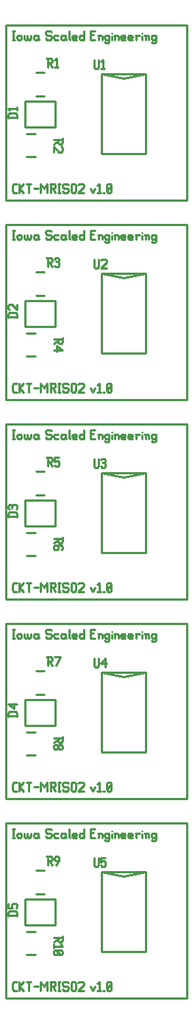
<source format=gbr>
G04 start of page 9 for group -4079 idx -4079 *
G04 Title: (unknown), topsilk *
G04 Creator: pcb 4.0.2 *
G04 CreationDate: Thu Sep  9 05:11:40 2021 UTC *
G04 For: ndholmes *
G04 Format: Gerber/RS-274X *
G04 PCB-Dimensions (mil): 1020.00 4700.00 *
G04 PCB-Coordinate-Origin: lower left *
%MOIN*%
%FSLAX25Y25*%
%LNTOPSILK*%
%ADD33C,0.0100*%
G54D33*X10000Y201000D02*X92000D01*
Y111000D02*Y190000D01*
X10000D01*
Y111000D01*
X92000Y201000D02*Y280000D01*
X10000D02*Y201000D01*
Y111000D02*X92000D01*
X10000Y21000D02*X92000D01*
Y100000D01*
X10000D01*
Y21000D01*
Y381000D02*X92000D01*
X10000Y291000D02*X92000D01*
Y370000D01*
X10000D01*
Y291000D01*
X92000Y381000D02*Y460000D01*
X10000D01*
Y381000D01*
X92000Y280000D02*X10000D01*
X13700Y294500D02*X15000D01*
X13000Y295200D02*X13700Y294500D01*
X13000Y297800D02*Y295200D01*
Y297800D02*X13700Y298500D01*
X15000D01*
X16200D02*Y294500D01*
Y296500D02*X18200Y298500D01*
X16200Y296500D02*X18200Y294500D01*
X19400Y298500D02*X21400D01*
X20400D02*Y294500D01*
X22600Y296500D02*X24600D01*
X25800Y298500D02*Y294500D01*
Y298500D02*X27300Y296500D01*
X28800Y298500D01*
Y294500D01*
X30000Y298500D02*X32000D01*
X32500Y298000D01*
Y297000D01*
X32000Y296500D02*X32500Y297000D01*
X30500Y296500D02*X32000D01*
X30500Y298500D02*Y294500D01*
X31300Y296500D02*X32500Y294500D01*
X33700Y298500D02*X34700D01*
X34200D02*Y294500D01*
X33700D02*X34700D01*
X37900Y298500D02*X38400Y298000D01*
X36400Y298500D02*X37900D01*
X35900Y298000D02*X36400Y298500D01*
X35900Y298000D02*Y297000D01*
X36400Y296500D01*
X37900D01*
X38400Y296000D01*
Y295000D01*
X37900Y294500D02*X38400Y295000D01*
X36400Y294500D02*X37900D01*
X35900Y295000D02*X36400Y294500D01*
X39600Y298000D02*Y295000D01*
Y298000D02*X40100Y298500D01*
X41100D01*
X41600Y298000D01*
Y295000D01*
X41100Y294500D02*X41600Y295000D01*
X40100Y294500D02*X41100D01*
X39600Y295000D02*X40100Y294500D01*
X42800Y298000D02*X43300Y298500D01*
X44800D01*
X45300Y298000D01*
Y297000D01*
X42800Y294500D02*X45300Y297000D01*
X42800Y294500D02*X45300D01*
X48300Y296500D02*X49300Y294500D01*
X50300Y296500D02*X49300Y294500D01*
X51500Y297700D02*X52300Y298500D01*
Y294500D01*
X51500D02*X53000D01*
X54200D02*X54700D01*
X55900Y295000D02*X56400Y294500D01*
X55900Y298000D02*Y295000D01*
Y298000D02*X56400Y298500D01*
X57400D01*
X57900Y298000D01*
Y295000D01*
X57400Y294500D02*X57900Y295000D01*
X56400Y294500D02*X57400D01*
X55900Y295500D02*X57900Y297500D01*
X13000Y277500D02*X14000D01*
X13500D02*Y273500D01*
X13000D02*X14000D01*
X15200Y275000D02*Y274000D01*
Y275000D02*X15700Y275500D01*
X16700D01*
X17200Y275000D01*
Y274000D01*
X16700Y273500D02*X17200Y274000D01*
X15700Y273500D02*X16700D01*
X15200Y274000D02*X15700Y273500D01*
X18400Y275500D02*Y274000D01*
X18900Y273500D01*
X19400D01*
X19900Y274000D01*
Y275500D02*Y274000D01*
X20400Y273500D01*
X20900D01*
X21400Y274000D01*
Y275500D02*Y274000D01*
X24100Y275500D02*X24600Y275000D01*
X23100Y275500D02*X24100D01*
X22600Y275000D02*X23100Y275500D01*
X22600Y275000D02*Y274000D01*
X23100Y273500D01*
X24600Y275500D02*Y274000D01*
X25100Y273500D01*
X23100D02*X24100D01*
X24600Y274000D01*
X30100Y277500D02*X30600Y277000D01*
X28600Y277500D02*X30100D01*
X28100Y277000D02*X28600Y277500D01*
X28100Y277000D02*Y276000D01*
X28600Y275500D01*
X30100D01*
X30600Y275000D01*
Y274000D01*
X30100Y273500D02*X30600Y274000D01*
X28600Y273500D02*X30100D01*
X28100Y274000D02*X28600Y273500D01*
X32300Y275500D02*X33800D01*
X31800Y275000D02*X32300Y275500D01*
X31800Y275000D02*Y274000D01*
X32300Y273500D01*
X33800D01*
X36500Y275500D02*X37000Y275000D01*
X35500Y275500D02*X36500D01*
X35000Y275000D02*X35500Y275500D01*
X35000Y275000D02*Y274000D01*
X35500Y273500D01*
X37000Y275500D02*Y274000D01*
X37500Y273500D01*
X35500D02*X36500D01*
X37000Y274000D01*
X38700Y277500D02*Y274000D01*
X39200Y273500D01*
X40700D02*X42200D01*
X40200Y274000D02*X40700Y273500D01*
X40200Y275000D02*Y274000D01*
Y275000D02*X40700Y275500D01*
X41700D01*
X42200Y275000D01*
X40200Y274500D02*X42200D01*
Y275000D02*Y274500D01*
X45400Y277500D02*Y273500D01*
X44900D02*X45400Y274000D01*
X43900Y273500D02*X44900D01*
X43400Y274000D02*X43900Y273500D01*
X43400Y275000D02*Y274000D01*
Y275000D02*X43900Y275500D01*
X44900D01*
X45400Y275000D01*
X48400Y275700D02*X49900D01*
X48400Y273500D02*X50400D01*
X48400Y277500D02*Y273500D01*
Y277500D02*X50400D01*
X52100Y275000D02*Y273500D01*
Y275000D02*X52600Y275500D01*
X53100D01*
X53600Y275000D01*
Y273500D01*
X51600Y275500D02*X52100Y275000D01*
X56300Y275500D02*X56800Y275000D01*
X55300Y275500D02*X56300D01*
X54800Y275000D02*X55300Y275500D01*
X54800Y275000D02*Y274000D01*
X55300Y273500D01*
X56300D01*
X56800Y274000D01*
X54800Y272500D02*X55300Y272000D01*
X56300D01*
X56800Y272500D01*
Y275500D02*Y272500D01*
X58000Y276500D02*Y276400D01*
Y275000D02*Y273500D01*
X59500Y275000D02*Y273500D01*
Y275000D02*X60000Y275500D01*
X60500D01*
X61000Y275000D01*
Y273500D01*
X59000Y275500D02*X59500Y275000D01*
X62700Y273500D02*X64200D01*
X62200Y274000D02*X62700Y273500D01*
X62200Y275000D02*Y274000D01*
Y275000D02*X62700Y275500D01*
X63700D01*
X64200Y275000D01*
X62200Y274500D02*X64200D01*
Y275000D02*Y274500D01*
X65900Y273500D02*X67400D01*
X65400Y274000D02*X65900Y273500D01*
X65400Y275000D02*Y274000D01*
Y275000D02*X65900Y275500D01*
X66900D01*
X67400Y275000D01*
X65400Y274500D02*X67400D01*
Y275000D02*Y274500D01*
X69100Y275000D02*Y273500D01*
Y275000D02*X69600Y275500D01*
X70600D01*
X68600D02*X69100Y275000D01*
X71800Y276500D02*Y276400D01*
Y275000D02*Y273500D01*
X73300Y275000D02*Y273500D01*
Y275000D02*X73800Y275500D01*
X74300D01*
X74800Y275000D01*
Y273500D01*
X72800Y275500D02*X73300Y275000D01*
X77500Y275500D02*X78000Y275000D01*
X76500Y275500D02*X77500D01*
X76000Y275000D02*X76500Y275500D01*
X76000Y275000D02*Y274000D01*
X76500Y273500D01*
X77500D01*
X78000Y274000D01*
X76000Y272500D02*X76500Y272000D01*
X77500D01*
X78000Y272500D01*
Y275500D02*Y272500D01*
X13700Y204500D02*X15000D01*
X13000Y205200D02*X13700Y204500D01*
X13000Y207800D02*Y205200D01*
Y207800D02*X13700Y208500D01*
X15000D01*
X16200D02*Y204500D01*
Y206500D02*X18200Y208500D01*
X16200Y206500D02*X18200Y204500D01*
X19400Y208500D02*X21400D01*
X20400D02*Y204500D01*
X22600Y206500D02*X24600D01*
X25800Y208500D02*Y204500D01*
Y208500D02*X27300Y206500D01*
X28800Y208500D01*
Y204500D01*
X30000Y208500D02*X32000D01*
X32500Y208000D01*
Y207000D01*
X32000Y206500D02*X32500Y207000D01*
X30500Y206500D02*X32000D01*
X30500Y208500D02*Y204500D01*
X31300Y206500D02*X32500Y204500D01*
X33700Y208500D02*X34700D01*
X34200D02*Y204500D01*
X33700D02*X34700D01*
X37900Y208500D02*X38400Y208000D01*
X36400Y208500D02*X37900D01*
X35900Y208000D02*X36400Y208500D01*
X35900Y208000D02*Y207000D01*
X36400Y206500D01*
X37900D01*
X38400Y206000D01*
Y205000D01*
X37900Y204500D02*X38400Y205000D01*
X36400Y204500D02*X37900D01*
X35900Y205000D02*X36400Y204500D01*
X39600Y208000D02*Y205000D01*
Y208000D02*X40100Y208500D01*
X41100D01*
X41600Y208000D01*
Y205000D01*
X41100Y204500D02*X41600Y205000D01*
X40100Y204500D02*X41100D01*
X39600Y205000D02*X40100Y204500D01*
X42800Y208000D02*X43300Y208500D01*
X44800D01*
X45300Y208000D01*
Y207000D01*
X42800Y204500D02*X45300Y207000D01*
X42800Y204500D02*X45300D01*
X48300Y206500D02*X49300Y204500D01*
X50300Y206500D02*X49300Y204500D01*
X51500Y207700D02*X52300Y208500D01*
Y204500D01*
X51500D02*X53000D01*
X54200D02*X54700D01*
X55900Y205000D02*X56400Y204500D01*
X55900Y208000D02*Y205000D01*
Y208000D02*X56400Y208500D01*
X57400D01*
X57900Y208000D01*
Y205000D01*
X57400Y204500D02*X57900Y205000D01*
X56400Y204500D02*X57400D01*
X55900Y205500D02*X57900Y207500D01*
X13000Y187500D02*X14000D01*
X13500D02*Y183500D01*
X13000D02*X14000D01*
X15200Y185000D02*Y184000D01*
Y185000D02*X15700Y185500D01*
X16700D01*
X17200Y185000D01*
Y184000D01*
X16700Y183500D02*X17200Y184000D01*
X15700Y183500D02*X16700D01*
X15200Y184000D02*X15700Y183500D01*
X18400Y185500D02*Y184000D01*
X18900Y183500D01*
X19400D01*
X19900Y184000D01*
Y185500D02*Y184000D01*
X20400Y183500D01*
X20900D01*
X21400Y184000D01*
Y185500D02*Y184000D01*
X24100Y185500D02*X24600Y185000D01*
X23100Y185500D02*X24100D01*
X22600Y185000D02*X23100Y185500D01*
X22600Y185000D02*Y184000D01*
X23100Y183500D01*
X24600Y185500D02*Y184000D01*
X25100Y183500D01*
X23100D02*X24100D01*
X24600Y184000D01*
X30100Y187500D02*X30600Y187000D01*
X28600Y187500D02*X30100D01*
X28100Y187000D02*X28600Y187500D01*
X28100Y187000D02*Y186000D01*
X28600Y185500D01*
X30100D01*
X30600Y185000D01*
Y184000D01*
X30100Y183500D02*X30600Y184000D01*
X28600Y183500D02*X30100D01*
X28100Y184000D02*X28600Y183500D01*
X32300Y185500D02*X33800D01*
X31800Y185000D02*X32300Y185500D01*
X31800Y185000D02*Y184000D01*
X32300Y183500D01*
X33800D01*
X36500Y185500D02*X37000Y185000D01*
X35500Y185500D02*X36500D01*
X35000Y185000D02*X35500Y185500D01*
X35000Y185000D02*Y184000D01*
X35500Y183500D01*
X37000Y185500D02*Y184000D01*
X37500Y183500D01*
X35500D02*X36500D01*
X37000Y184000D01*
X38700Y187500D02*Y184000D01*
X39200Y183500D01*
X40700D02*X42200D01*
X40200Y184000D02*X40700Y183500D01*
X40200Y185000D02*Y184000D01*
Y185000D02*X40700Y185500D01*
X41700D01*
X42200Y185000D01*
X40200Y184500D02*X42200D01*
Y185000D02*Y184500D01*
X45400Y187500D02*Y183500D01*
X44900D02*X45400Y184000D01*
X43900Y183500D02*X44900D01*
X43400Y184000D02*X43900Y183500D01*
X43400Y185000D02*Y184000D01*
Y185000D02*X43900Y185500D01*
X44900D01*
X45400Y185000D01*
X48400Y185700D02*X49900D01*
X48400Y183500D02*X50400D01*
X48400Y187500D02*Y183500D01*
Y187500D02*X50400D01*
X52100Y185000D02*Y183500D01*
Y185000D02*X52600Y185500D01*
X53100D01*
X53600Y185000D01*
Y183500D01*
X51600Y185500D02*X52100Y185000D01*
X56300Y185500D02*X56800Y185000D01*
X55300Y185500D02*X56300D01*
X54800Y185000D02*X55300Y185500D01*
X54800Y185000D02*Y184000D01*
X55300Y183500D01*
X56300D01*
X56800Y184000D01*
X54800Y182500D02*X55300Y182000D01*
X56300D01*
X56800Y182500D01*
Y185500D02*Y182500D01*
X58000Y186500D02*Y186400D01*
Y185000D02*Y183500D01*
X59500Y185000D02*Y183500D01*
Y185000D02*X60000Y185500D01*
X60500D01*
X61000Y185000D01*
Y183500D01*
X59000Y185500D02*X59500Y185000D01*
X62700Y183500D02*X64200D01*
X62200Y184000D02*X62700Y183500D01*
X62200Y185000D02*Y184000D01*
Y185000D02*X62700Y185500D01*
X63700D01*
X64200Y185000D01*
X62200Y184500D02*X64200D01*
Y185000D02*Y184500D01*
X65900Y183500D02*X67400D01*
X65400Y184000D02*X65900Y183500D01*
X65400Y185000D02*Y184000D01*
Y185000D02*X65900Y185500D01*
X66900D01*
X67400Y185000D01*
X65400Y184500D02*X67400D01*
Y185000D02*Y184500D01*
X69100Y185000D02*Y183500D01*
Y185000D02*X69600Y185500D01*
X70600D01*
X68600D02*X69100Y185000D01*
X71800Y186500D02*Y186400D01*
Y185000D02*Y183500D01*
X73300Y185000D02*Y183500D01*
Y185000D02*X73800Y185500D01*
X74300D01*
X74800Y185000D01*
Y183500D01*
X72800Y185500D02*X73300Y185000D01*
X77500Y185500D02*X78000Y185000D01*
X76500Y185500D02*X77500D01*
X76000Y185000D02*X76500Y185500D01*
X76000Y185000D02*Y184000D01*
X76500Y183500D01*
X77500D01*
X78000Y184000D01*
X76000Y182500D02*X76500Y182000D01*
X77500D01*
X78000Y182500D01*
Y185500D02*Y182500D01*
X13000Y457500D02*X14000D01*
X13500D02*Y453500D01*
X13000D02*X14000D01*
X15200Y455000D02*Y454000D01*
Y455000D02*X15700Y455500D01*
X16700D01*
X17200Y455000D01*
Y454000D01*
X16700Y453500D02*X17200Y454000D01*
X15700Y453500D02*X16700D01*
X15200Y454000D02*X15700Y453500D01*
X18400Y455500D02*Y454000D01*
X18900Y453500D01*
X19400D01*
X19900Y454000D01*
Y455500D02*Y454000D01*
X20400Y453500D01*
X20900D01*
X21400Y454000D01*
Y455500D02*Y454000D01*
X24100Y455500D02*X24600Y455000D01*
X23100Y455500D02*X24100D01*
X22600Y455000D02*X23100Y455500D01*
X22600Y455000D02*Y454000D01*
X23100Y453500D01*
X24600Y455500D02*Y454000D01*
X25100Y453500D01*
X23100D02*X24100D01*
X24600Y454000D01*
X30100Y457500D02*X30600Y457000D01*
X28600Y457500D02*X30100D01*
X28100Y457000D02*X28600Y457500D01*
X28100Y457000D02*Y456000D01*
X28600Y455500D01*
X30100D01*
X30600Y455000D01*
Y454000D01*
X30100Y453500D02*X30600Y454000D01*
X28600Y453500D02*X30100D01*
X28100Y454000D02*X28600Y453500D01*
X32300Y455500D02*X33800D01*
X31800Y455000D02*X32300Y455500D01*
X31800Y455000D02*Y454000D01*
X32300Y453500D01*
X33800D01*
X36500Y455500D02*X37000Y455000D01*
X35500Y455500D02*X36500D01*
X35000Y455000D02*X35500Y455500D01*
X35000Y455000D02*Y454000D01*
X35500Y453500D01*
X37000Y455500D02*Y454000D01*
X37500Y453500D01*
X35500D02*X36500D01*
X37000Y454000D01*
X38700Y457500D02*Y454000D01*
X39200Y453500D01*
X40700D02*X42200D01*
X40200Y454000D02*X40700Y453500D01*
X40200Y455000D02*Y454000D01*
Y455000D02*X40700Y455500D01*
X41700D01*
X42200Y455000D01*
X40200Y454500D02*X42200D01*
Y455000D02*Y454500D01*
X45400Y457500D02*Y453500D01*
X44900D02*X45400Y454000D01*
X43900Y453500D02*X44900D01*
X43400Y454000D02*X43900Y453500D01*
X43400Y455000D02*Y454000D01*
Y455000D02*X43900Y455500D01*
X44900D01*
X45400Y455000D01*
X48400Y455700D02*X49900D01*
X48400Y453500D02*X50400D01*
X48400Y457500D02*Y453500D01*
Y457500D02*X50400D01*
X52100Y455000D02*Y453500D01*
Y455000D02*X52600Y455500D01*
X53100D01*
X53600Y455000D01*
Y453500D01*
X51600Y455500D02*X52100Y455000D01*
X56300Y455500D02*X56800Y455000D01*
X55300Y455500D02*X56300D01*
X54800Y455000D02*X55300Y455500D01*
X54800Y455000D02*Y454000D01*
X55300Y453500D01*
X56300D01*
X56800Y454000D01*
X54800Y452500D02*X55300Y452000D01*
X56300D01*
X56800Y452500D01*
Y455500D02*Y452500D01*
X58000Y456500D02*Y456400D01*
Y455000D02*Y453500D01*
X59500Y455000D02*Y453500D01*
Y455000D02*X60000Y455500D01*
X60500D01*
X61000Y455000D01*
Y453500D01*
X59000Y455500D02*X59500Y455000D01*
X62700Y453500D02*X64200D01*
X62200Y454000D02*X62700Y453500D01*
X62200Y455000D02*Y454000D01*
Y455000D02*X62700Y455500D01*
X63700D01*
X64200Y455000D01*
X62200Y454500D02*X64200D01*
Y455000D02*Y454500D01*
X65900Y453500D02*X67400D01*
X65400Y454000D02*X65900Y453500D01*
X65400Y455000D02*Y454000D01*
Y455000D02*X65900Y455500D01*
X66900D01*
X67400Y455000D01*
X65400Y454500D02*X67400D01*
Y455000D02*Y454500D01*
X69100Y455000D02*Y453500D01*
Y455000D02*X69600Y455500D01*
X70600D01*
X68600D02*X69100Y455000D01*
X71800Y456500D02*Y456400D01*
Y455000D02*Y453500D01*
X73300Y455000D02*Y453500D01*
Y455000D02*X73800Y455500D01*
X74300D01*
X74800Y455000D01*
Y453500D01*
X72800Y455500D02*X73300Y455000D01*
X77500Y455500D02*X78000Y455000D01*
X76500Y455500D02*X77500D01*
X76000Y455000D02*X76500Y455500D01*
X76000Y455000D02*Y454000D01*
X76500Y453500D01*
X77500D01*
X78000Y454000D01*
X76000Y452500D02*X76500Y452000D01*
X77500D01*
X78000Y452500D01*
Y455500D02*Y452500D01*
X13700Y384500D02*X15000D01*
X13000Y385200D02*X13700Y384500D01*
X13000Y387800D02*Y385200D01*
Y387800D02*X13700Y388500D01*
X15000D01*
X16200D02*Y384500D01*
Y386500D02*X18200Y388500D01*
X16200Y386500D02*X18200Y384500D01*
X19400Y388500D02*X21400D01*
X20400D02*Y384500D01*
X22600Y386500D02*X24600D01*
X25800Y388500D02*Y384500D01*
Y388500D02*X27300Y386500D01*
X28800Y388500D01*
Y384500D01*
X30000Y388500D02*X32000D01*
X32500Y388000D01*
Y387000D01*
X32000Y386500D02*X32500Y387000D01*
X30500Y386500D02*X32000D01*
X30500Y388500D02*Y384500D01*
X31300Y386500D02*X32500Y384500D01*
X33700Y388500D02*X34700D01*
X34200D02*Y384500D01*
X33700D02*X34700D01*
X37900Y388500D02*X38400Y388000D01*
X36400Y388500D02*X37900D01*
X35900Y388000D02*X36400Y388500D01*
X35900Y388000D02*Y387000D01*
X36400Y386500D01*
X37900D01*
X38400Y386000D01*
Y385000D01*
X37900Y384500D02*X38400Y385000D01*
X36400Y384500D02*X37900D01*
X35900Y385000D02*X36400Y384500D01*
X39600Y388000D02*Y385000D01*
Y388000D02*X40100Y388500D01*
X41100D01*
X41600Y388000D01*
Y385000D01*
X41100Y384500D02*X41600Y385000D01*
X40100Y384500D02*X41100D01*
X39600Y385000D02*X40100Y384500D01*
X42800Y388000D02*X43300Y388500D01*
X44800D01*
X45300Y388000D01*
Y387000D01*
X42800Y384500D02*X45300Y387000D01*
X42800Y384500D02*X45300D01*
X48300Y386500D02*X49300Y384500D01*
X50300Y386500D02*X49300Y384500D01*
X51500Y387700D02*X52300Y388500D01*
Y384500D01*
X51500D02*X53000D01*
X54200D02*X54700D01*
X55900Y385000D02*X56400Y384500D01*
X55900Y388000D02*Y385000D01*
Y388000D02*X56400Y388500D01*
X57400D01*
X57900Y388000D01*
Y385000D01*
X57400Y384500D02*X57900Y385000D01*
X56400Y384500D02*X57400D01*
X55900Y385500D02*X57900Y387500D01*
X13000Y367500D02*X14000D01*
X13500D02*Y363500D01*
X13000D02*X14000D01*
X15200Y365000D02*Y364000D01*
Y365000D02*X15700Y365500D01*
X16700D01*
X17200Y365000D01*
Y364000D01*
X16700Y363500D02*X17200Y364000D01*
X15700Y363500D02*X16700D01*
X15200Y364000D02*X15700Y363500D01*
X18400Y365500D02*Y364000D01*
X18900Y363500D01*
X19400D01*
X19900Y364000D01*
Y365500D02*Y364000D01*
X20400Y363500D01*
X20900D01*
X21400Y364000D01*
Y365500D02*Y364000D01*
X24100Y365500D02*X24600Y365000D01*
X23100Y365500D02*X24100D01*
X22600Y365000D02*X23100Y365500D01*
X22600Y365000D02*Y364000D01*
X23100Y363500D01*
X24600Y365500D02*Y364000D01*
X25100Y363500D01*
X23100D02*X24100D01*
X24600Y364000D01*
X30100Y367500D02*X30600Y367000D01*
X28600Y367500D02*X30100D01*
X28100Y367000D02*X28600Y367500D01*
X28100Y367000D02*Y366000D01*
X28600Y365500D01*
X30100D01*
X30600Y365000D01*
Y364000D01*
X30100Y363500D02*X30600Y364000D01*
X28600Y363500D02*X30100D01*
X28100Y364000D02*X28600Y363500D01*
X32300Y365500D02*X33800D01*
X31800Y365000D02*X32300Y365500D01*
X31800Y365000D02*Y364000D01*
X32300Y363500D01*
X33800D01*
X36500Y365500D02*X37000Y365000D01*
X35500Y365500D02*X36500D01*
X35000Y365000D02*X35500Y365500D01*
X35000Y365000D02*Y364000D01*
X35500Y363500D01*
X37000Y365500D02*Y364000D01*
X37500Y363500D01*
X35500D02*X36500D01*
X37000Y364000D01*
X38700Y367500D02*Y364000D01*
X39200Y363500D01*
X40700D02*X42200D01*
X40200Y364000D02*X40700Y363500D01*
X40200Y365000D02*Y364000D01*
Y365000D02*X40700Y365500D01*
X41700D01*
X42200Y365000D01*
X40200Y364500D02*X42200D01*
Y365000D02*Y364500D01*
X45400Y367500D02*Y363500D01*
X44900D02*X45400Y364000D01*
X43900Y363500D02*X44900D01*
X43400Y364000D02*X43900Y363500D01*
X43400Y365000D02*Y364000D01*
Y365000D02*X43900Y365500D01*
X44900D01*
X45400Y365000D01*
X48400Y365700D02*X49900D01*
X48400Y363500D02*X50400D01*
X48400Y367500D02*Y363500D01*
Y367500D02*X50400D01*
X52100Y365000D02*Y363500D01*
Y365000D02*X52600Y365500D01*
X53100D01*
X53600Y365000D01*
Y363500D01*
X51600Y365500D02*X52100Y365000D01*
X56300Y365500D02*X56800Y365000D01*
X55300Y365500D02*X56300D01*
X54800Y365000D02*X55300Y365500D01*
X54800Y365000D02*Y364000D01*
X55300Y363500D01*
X56300D01*
X56800Y364000D01*
X54800Y362500D02*X55300Y362000D01*
X56300D01*
X56800Y362500D01*
Y365500D02*Y362500D01*
X58000Y366500D02*Y366400D01*
Y365000D02*Y363500D01*
X59500Y365000D02*Y363500D01*
Y365000D02*X60000Y365500D01*
X60500D01*
X61000Y365000D01*
Y363500D01*
X59000Y365500D02*X59500Y365000D01*
X62700Y363500D02*X64200D01*
X62200Y364000D02*X62700Y363500D01*
X62200Y365000D02*Y364000D01*
Y365000D02*X62700Y365500D01*
X63700D01*
X64200Y365000D01*
X62200Y364500D02*X64200D01*
Y365000D02*Y364500D01*
X65900Y363500D02*X67400D01*
X65400Y364000D02*X65900Y363500D01*
X65400Y365000D02*Y364000D01*
Y365000D02*X65900Y365500D01*
X66900D01*
X67400Y365000D01*
X65400Y364500D02*X67400D01*
Y365000D02*Y364500D01*
X69100Y365000D02*Y363500D01*
Y365000D02*X69600Y365500D01*
X70600D01*
X68600D02*X69100Y365000D01*
X71800Y366500D02*Y366400D01*
Y365000D02*Y363500D01*
X73300Y365000D02*Y363500D01*
Y365000D02*X73800Y365500D01*
X74300D01*
X74800Y365000D01*
Y363500D01*
X72800Y365500D02*X73300Y365000D01*
X77500Y365500D02*X78000Y365000D01*
X76500Y365500D02*X77500D01*
X76000Y365000D02*X76500Y365500D01*
X76000Y365000D02*Y364000D01*
X76500Y363500D01*
X77500D01*
X78000Y364000D01*
X76000Y362500D02*X76500Y362000D01*
X77500D01*
X78000Y362500D01*
Y365500D02*Y362500D01*
X13700Y114500D02*X15000D01*
X13000Y115200D02*X13700Y114500D01*
X13000Y117800D02*Y115200D01*
Y117800D02*X13700Y118500D01*
X15000D01*
X16200D02*Y114500D01*
Y116500D02*X18200Y118500D01*
X16200Y116500D02*X18200Y114500D01*
X19400Y118500D02*X21400D01*
X20400D02*Y114500D01*
X22600Y116500D02*X24600D01*
X25800Y118500D02*Y114500D01*
Y118500D02*X27300Y116500D01*
X28800Y118500D01*
Y114500D01*
X30000Y118500D02*X32000D01*
X32500Y118000D01*
Y117000D01*
X32000Y116500D02*X32500Y117000D01*
X30500Y116500D02*X32000D01*
X30500Y118500D02*Y114500D01*
X31300Y116500D02*X32500Y114500D01*
X33700Y118500D02*X34700D01*
X34200D02*Y114500D01*
X33700D02*X34700D01*
X37900Y118500D02*X38400Y118000D01*
X36400Y118500D02*X37900D01*
X35900Y118000D02*X36400Y118500D01*
X35900Y118000D02*Y117000D01*
X36400Y116500D01*
X37900D01*
X38400Y116000D01*
Y115000D01*
X37900Y114500D02*X38400Y115000D01*
X36400Y114500D02*X37900D01*
X35900Y115000D02*X36400Y114500D01*
X39600Y118000D02*Y115000D01*
Y118000D02*X40100Y118500D01*
X41100D01*
X41600Y118000D01*
Y115000D01*
X41100Y114500D02*X41600Y115000D01*
X40100Y114500D02*X41100D01*
X39600Y115000D02*X40100Y114500D01*
X42800Y118000D02*X43300Y118500D01*
X44800D01*
X45300Y118000D01*
Y117000D01*
X42800Y114500D02*X45300Y117000D01*
X42800Y114500D02*X45300D01*
X48300Y116500D02*X49300Y114500D01*
X50300Y116500D02*X49300Y114500D01*
X51500Y117700D02*X52300Y118500D01*
Y114500D01*
X51500D02*X53000D01*
X54200D02*X54700D01*
X55900Y115000D02*X56400Y114500D01*
X55900Y118000D02*Y115000D01*
Y118000D02*X56400Y118500D01*
X57400D01*
X57900Y118000D01*
Y115000D01*
X57400Y114500D02*X57900Y115000D01*
X56400Y114500D02*X57400D01*
X55900Y115500D02*X57900Y117500D01*
X13000Y97500D02*X14000D01*
X13500D02*Y93500D01*
X13000D02*X14000D01*
X15200Y95000D02*Y94000D01*
Y95000D02*X15700Y95500D01*
X16700D01*
X17200Y95000D01*
Y94000D01*
X16700Y93500D02*X17200Y94000D01*
X15700Y93500D02*X16700D01*
X15200Y94000D02*X15700Y93500D01*
X18400Y95500D02*Y94000D01*
X18900Y93500D01*
X19400D01*
X19900Y94000D01*
Y95500D02*Y94000D01*
X20400Y93500D01*
X20900D01*
X21400Y94000D01*
Y95500D02*Y94000D01*
X24100Y95500D02*X24600Y95000D01*
X23100Y95500D02*X24100D01*
X22600Y95000D02*X23100Y95500D01*
X22600Y95000D02*Y94000D01*
X23100Y93500D01*
X24600Y95500D02*Y94000D01*
X25100Y93500D01*
X23100D02*X24100D01*
X24600Y94000D01*
X30100Y97500D02*X30600Y97000D01*
X28600Y97500D02*X30100D01*
X28100Y97000D02*X28600Y97500D01*
X28100Y97000D02*Y96000D01*
X28600Y95500D01*
X30100D01*
X30600Y95000D01*
Y94000D01*
X30100Y93500D02*X30600Y94000D01*
X28600Y93500D02*X30100D01*
X28100Y94000D02*X28600Y93500D01*
X32300Y95500D02*X33800D01*
X31800Y95000D02*X32300Y95500D01*
X31800Y95000D02*Y94000D01*
X32300Y93500D01*
X33800D01*
X36500Y95500D02*X37000Y95000D01*
X35500Y95500D02*X36500D01*
X35000Y95000D02*X35500Y95500D01*
X35000Y95000D02*Y94000D01*
X35500Y93500D01*
X37000Y95500D02*Y94000D01*
X37500Y93500D01*
X35500D02*X36500D01*
X37000Y94000D01*
X38700Y97500D02*Y94000D01*
X39200Y93500D01*
X40700D02*X42200D01*
X40200Y94000D02*X40700Y93500D01*
X40200Y95000D02*Y94000D01*
Y95000D02*X40700Y95500D01*
X41700D01*
X42200Y95000D01*
X40200Y94500D02*X42200D01*
Y95000D02*Y94500D01*
X45400Y97500D02*Y93500D01*
X44900D02*X45400Y94000D01*
X43900Y93500D02*X44900D01*
X43400Y94000D02*X43900Y93500D01*
X43400Y95000D02*Y94000D01*
Y95000D02*X43900Y95500D01*
X44900D01*
X45400Y95000D01*
X48400Y95700D02*X49900D01*
X48400Y93500D02*X50400D01*
X48400Y97500D02*Y93500D01*
Y97500D02*X50400D01*
X52100Y95000D02*Y93500D01*
Y95000D02*X52600Y95500D01*
X53100D01*
X53600Y95000D01*
Y93500D01*
X51600Y95500D02*X52100Y95000D01*
X56300Y95500D02*X56800Y95000D01*
X55300Y95500D02*X56300D01*
X54800Y95000D02*X55300Y95500D01*
X54800Y95000D02*Y94000D01*
X55300Y93500D01*
X56300D01*
X56800Y94000D01*
X54800Y92500D02*X55300Y92000D01*
X56300D01*
X56800Y92500D01*
Y95500D02*Y92500D01*
X58000Y96500D02*Y96400D01*
Y95000D02*Y93500D01*
X59500Y95000D02*Y93500D01*
Y95000D02*X60000Y95500D01*
X60500D01*
X61000Y95000D01*
Y93500D01*
X59000Y95500D02*X59500Y95000D01*
X62700Y93500D02*X64200D01*
X62200Y94000D02*X62700Y93500D01*
X62200Y95000D02*Y94000D01*
Y95000D02*X62700Y95500D01*
X63700D01*
X64200Y95000D01*
X62200Y94500D02*X64200D01*
Y95000D02*Y94500D01*
X65900Y93500D02*X67400D01*
X65400Y94000D02*X65900Y93500D01*
X65400Y95000D02*Y94000D01*
Y95000D02*X65900Y95500D01*
X66900D01*
X67400Y95000D01*
X65400Y94500D02*X67400D01*
Y95000D02*Y94500D01*
X69100Y95000D02*Y93500D01*
Y95000D02*X69600Y95500D01*
X70600D01*
X68600D02*X69100Y95000D01*
X71800Y96500D02*Y96400D01*
Y95000D02*Y93500D01*
X73300Y95000D02*Y93500D01*
Y95000D02*X73800Y95500D01*
X74300D01*
X74800Y95000D01*
Y93500D01*
X72800Y95500D02*X73300Y95000D01*
X77500Y95500D02*X78000Y95000D01*
X76500Y95500D02*X77500D01*
X76000Y95000D02*X76500Y95500D01*
X76000Y95000D02*Y94000D01*
X76500Y93500D01*
X77500D01*
X78000Y94000D01*
X76000Y92500D02*X76500Y92000D01*
X77500D01*
X78000Y92500D01*
Y95500D02*Y92500D01*
X13700Y24500D02*X15000D01*
X13000Y25200D02*X13700Y24500D01*
X13000Y27800D02*Y25200D01*
Y27800D02*X13700Y28500D01*
X15000D01*
X16200D02*Y24500D01*
Y26500D02*X18200Y28500D01*
X16200Y26500D02*X18200Y24500D01*
X19400Y28500D02*X21400D01*
X20400D02*Y24500D01*
X22600Y26500D02*X24600D01*
X25800Y28500D02*Y24500D01*
Y28500D02*X27300Y26500D01*
X28800Y28500D01*
Y24500D01*
X30000Y28500D02*X32000D01*
X32500Y28000D01*
Y27000D01*
X32000Y26500D02*X32500Y27000D01*
X30500Y26500D02*X32000D01*
X30500Y28500D02*Y24500D01*
X31300Y26500D02*X32500Y24500D01*
X33700Y28500D02*X34700D01*
X34200D02*Y24500D01*
X33700D02*X34700D01*
X37900Y28500D02*X38400Y28000D01*
X36400Y28500D02*X37900D01*
X35900Y28000D02*X36400Y28500D01*
X35900Y28000D02*Y27000D01*
X36400Y26500D01*
X37900D01*
X38400Y26000D01*
Y25000D01*
X37900Y24500D02*X38400Y25000D01*
X36400Y24500D02*X37900D01*
X35900Y25000D02*X36400Y24500D01*
X39600Y28000D02*Y25000D01*
Y28000D02*X40100Y28500D01*
X41100D01*
X41600Y28000D01*
Y25000D01*
X41100Y24500D02*X41600Y25000D01*
X40100Y24500D02*X41100D01*
X39600Y25000D02*X40100Y24500D01*
X42800Y28000D02*X43300Y28500D01*
X44800D01*
X45300Y28000D01*
Y27000D01*
X42800Y24500D02*X45300Y27000D01*
X42800Y24500D02*X45300D01*
X48300Y26500D02*X49300Y24500D01*
X50300Y26500D02*X49300Y24500D01*
X51500Y27700D02*X52300Y28500D01*
Y24500D01*
X51500D02*X53000D01*
X54200D02*X54700D01*
X55900Y25000D02*X56400Y24500D01*
X55900Y28000D02*Y25000D01*
Y28000D02*X56400Y28500D01*
X57400D01*
X57900Y28000D01*
Y25000D01*
X57400Y24500D02*X57900Y25000D01*
X56400Y24500D02*X57400D01*
X55900Y25500D02*X57900Y27500D01*
X53500Y312000D02*X73500D01*
Y348000D02*Y312000D01*
X53500Y348000D02*Y312000D01*
Y348000D02*X73500D01*
X63500Y346000D01*
X53500Y348000D02*X63500Y346000D01*
X53500Y222000D02*X73500D01*
Y258000D02*Y222000D01*
X53500Y258000D02*Y222000D01*
Y258000D02*X73500D01*
X63500Y256000D01*
X53500Y258000D02*X63500Y256000D01*
X19532Y310686D02*X23468D01*
X19532Y321314D02*X23468D01*
X23627Y258814D02*X27563D01*
X23627Y248186D02*X27563D01*
X18600Y245905D02*X32500D01*
X18600D02*Y234105D01*
X32500D01*
Y245905D02*Y234105D01*
X19532Y220686D02*X23468D01*
X19532Y231314D02*X23468D01*
X23627Y438814D02*X27563D01*
X23627Y428186D02*X27563D01*
X18600Y425905D02*X32500D01*
X18600D02*Y414105D01*
X32500D01*
Y425905D02*Y414105D01*
X19532Y400686D02*X23468D01*
X19532Y411314D02*X23468D01*
X53500Y402000D02*X73500D01*
Y438000D02*Y402000D01*
X53500Y438000D02*Y402000D01*
Y438000D02*X73500D01*
X63500Y436000D01*
X53500Y438000D02*X63500Y436000D01*
X23627Y348814D02*X27563D01*
X23627Y338186D02*X27563D01*
X18600Y335905D02*X32500D01*
X18600D02*Y324105D01*
X32500D01*
Y335905D02*Y324105D01*
X53500Y132000D02*X73500D01*
Y168000D02*Y132000D01*
X53500Y168000D02*Y132000D01*
Y168000D02*X73500D01*
X63500Y166000D01*
X53500Y168000D02*X63500Y166000D01*
X53500Y42000D02*X73500D01*
Y78000D02*Y42000D01*
X53500Y78000D02*Y42000D01*
Y78000D02*X73500D01*
X63500Y76000D01*
X53500Y78000D02*X63500Y76000D01*
X18600Y155905D02*X32500D01*
X18600D02*Y144105D01*
X32500D01*
Y155905D02*Y144105D01*
X19532Y130686D02*X23468D01*
X19532Y141314D02*X23468D01*
X23627Y168814D02*X27563D01*
X23627Y158186D02*X27563D01*
X23627Y78814D02*X27563D01*
X23627Y68186D02*X27563D01*
X18600Y65905D02*X32500D01*
X18600D02*Y54105D01*
X32500D01*
Y65905D02*Y54105D01*
X19532Y40686D02*X23468D01*
X19532Y51314D02*X23468D01*
X28445Y355150D02*X30445D01*
X30945Y354650D01*
Y353650D01*
X30445Y353150D02*X30945Y353650D01*
X28945Y353150D02*X30445D01*
X28945Y355150D02*Y351150D01*
X29745Y353150D02*X30945Y351150D01*
X32145Y354650D02*X32645Y355150D01*
X33645D01*
X34145Y354650D01*
X33645Y351150D02*X34145Y351650D01*
X32645Y351150D02*X33645D01*
X32145Y351650D02*X32645Y351150D01*
Y353350D02*X33645D01*
X34145Y354650D02*Y353850D01*
Y352850D02*Y351650D01*
Y352850D02*X33645Y353350D01*
X34145Y353850D02*X33645Y353350D01*
X11105Y328500D02*X15105D01*
X11105Y329800D02*X11805Y330500D01*
X14405D01*
X15105Y329800D02*X14405Y330500D01*
X15105Y329800D02*Y328000D01*
X11105Y329800D02*Y328000D01*
X11605Y331700D02*X11105Y332200D01*
Y333700D02*Y332200D01*
Y333700D02*X11605Y334200D01*
X12605D01*
X15105Y331700D02*X12605Y334200D01*
X15105D02*Y331700D01*
X35650Y319150D02*Y317150D01*
X35150Y316650D01*
X34150D02*X35150D01*
X33650Y317150D02*X34150Y316650D01*
X33650Y318650D02*Y317150D01*
X31650Y318650D02*X35650D01*
X33650Y317850D02*X31650Y316650D01*
X33150Y315450D02*X35650Y313450D01*
X33150Y315450D02*Y312950D01*
X31650Y313450D02*X35650D01*
X50000Y354500D02*Y351000D01*
X50500Y350500D01*
X51500D01*
X52000Y351000D01*
Y354500D02*Y351000D01*
X53200Y354000D02*X53700Y354500D01*
X55200D01*
X55700Y354000D01*
Y353000D01*
X53200Y350500D02*X55700Y353000D01*
X53200Y350500D02*X55700D01*
X50000Y264500D02*Y261000D01*
X50500Y260500D01*
X51500D01*
X52000Y261000D01*
Y264500D02*Y261000D01*
X53200Y264000D02*X53700Y264500D01*
X54700D01*
X55200Y264000D01*
X54700Y260500D02*X55200Y261000D01*
X53700Y260500D02*X54700D01*
X53200Y261000D02*X53700Y260500D01*
Y262700D02*X54700D01*
X55200Y264000D02*Y263200D01*
Y262200D02*Y261000D01*
Y262200D02*X54700Y262700D01*
X55200Y263200D02*X54700Y262700D01*
X28445Y265150D02*X30445D01*
X30945Y264650D01*
Y263650D01*
X30445Y263150D02*X30945Y263650D01*
X28945Y263150D02*X30445D01*
X28945Y265150D02*Y261150D01*
X29745Y263150D02*X30945Y261150D01*
X32145Y265150D02*X34145D01*
X32145D02*Y263150D01*
X32645Y263650D01*
X33645D01*
X34145Y263150D01*
Y261650D01*
X33645Y261150D02*X34145Y261650D01*
X32645Y261150D02*X33645D01*
X32145Y261650D02*X32645Y261150D01*
X11105Y238500D02*X15105D01*
X11105Y239800D02*X11805Y240500D01*
X14405D01*
X15105Y239800D02*X14405Y240500D01*
X15105Y239800D02*Y238000D01*
X11105Y239800D02*Y238000D01*
X11605Y241700D02*X11105Y242200D01*
Y243200D02*Y242200D01*
Y243200D02*X11605Y243700D01*
X15105Y243200D02*X14605Y243700D01*
X15105Y243200D02*Y242200D01*
X14605Y241700D02*X15105Y242200D01*
X12905Y243200D02*Y242200D01*
X11605Y243700D02*X12405D01*
X13405D02*X14605D01*
X13405D02*X12905Y243200D01*
X12405Y243700D02*X12905Y243200D01*
X35650Y229150D02*Y227150D01*
X35150Y226650D01*
X34150D02*X35150D01*
X33650Y227150D02*X34150Y226650D01*
X33650Y228650D02*Y227150D01*
X31650Y228650D02*X35650D01*
X33650Y227850D02*X31650Y226650D01*
X35650Y223950D02*X35150Y223450D01*
X35650Y224950D02*Y223950D01*
X35150Y225450D02*X35650Y224950D01*
X32150Y225450D02*X35150D01*
X32150D02*X31650Y224950D01*
X33850Y223950D02*X33350Y223450D01*
X33850Y225450D02*Y223950D01*
X31650Y224950D02*Y223950D01*
X32150Y223450D01*
X33350D01*
X50000Y444500D02*Y441000D01*
X50500Y440500D01*
X51500D01*
X52000Y441000D01*
Y444500D02*Y441000D01*
X53200Y443700D02*X54000Y444500D01*
Y440500D01*
X53200D02*X54700D01*
X28445Y445150D02*X30445D01*
X30945Y444650D01*
Y443650D01*
X30445Y443150D02*X30945Y443650D01*
X28945Y443150D02*X30445D01*
X28945Y445150D02*Y441150D01*
X29745Y443150D02*X30945Y441150D01*
X32145Y444350D02*X32945Y445150D01*
Y441150D01*
X32145D02*X33645D01*
X11105Y418500D02*X15105D01*
X11105Y419800D02*X11805Y420500D01*
X14405D01*
X15105Y419800D02*X14405Y420500D01*
X15105Y419800D02*Y418000D01*
X11105Y419800D02*Y418000D01*
X11905Y421700D02*X11105Y422500D01*
X15105D01*
Y423200D02*Y421700D01*
X35650Y409150D02*Y407150D01*
X35150Y406650D01*
X34150D02*X35150D01*
X33650Y407150D02*X34150Y406650D01*
X33650Y408650D02*Y407150D01*
X31650Y408650D02*X35650D01*
X33650Y407850D02*X31650Y406650D01*
X35150Y405450D02*X35650Y404950D01*
Y403450D01*
X35150Y402950D01*
X34150D02*X35150D01*
X31650Y405450D02*X34150Y402950D01*
X31650Y405450D02*Y402950D01*
X50000Y174500D02*Y171000D01*
X50500Y170500D01*
X51500D01*
X52000Y171000D01*
Y174500D02*Y171000D01*
X53200Y172000D02*X55200Y174500D01*
X53200Y172000D02*X55700D01*
X55200Y174500D02*Y170500D01*
X28445Y175150D02*X30445D01*
X30945Y174650D01*
Y173650D01*
X30445Y173150D02*X30945Y173650D01*
X28945Y173150D02*X30445D01*
X28945Y175150D02*Y171150D01*
X29745Y173150D02*X30945Y171150D01*
X32645D02*X34645Y175150D01*
X32145D02*X34645D01*
X11105Y148500D02*X15105D01*
X11105Y149800D02*X11805Y150500D01*
X14405D01*
X15105Y149800D02*X14405Y150500D01*
X15105Y149800D02*Y148000D01*
X11105Y149800D02*Y148000D01*
X13605Y151700D02*X11105Y153700D01*
X13605Y154200D02*Y151700D01*
X11105Y153700D02*X15105D01*
X35650Y139150D02*Y137150D01*
X35150Y136650D01*
X34150D02*X35150D01*
X33650Y137150D02*X34150Y136650D01*
X33650Y138650D02*Y137150D01*
X31650Y138650D02*X35650D01*
X33650Y137850D02*X31650Y136650D01*
X32150Y135450D02*X31650Y134950D01*
X32150Y135450D02*X32950D01*
X33650Y134750D01*
Y134150D01*
X32950Y133450D01*
X32150D02*X32950D01*
X31650Y133950D02*X32150Y133450D01*
X31650Y134950D02*Y133950D01*
X34350Y135450D02*X33650Y134750D01*
X34350Y135450D02*X35150D01*
X35650Y134950D01*
Y133950D01*
X35150Y133450D01*
X34350D02*X35150D01*
X33650Y134150D02*X34350Y133450D01*
X50000Y84500D02*Y81000D01*
X50500Y80500D01*
X51500D01*
X52000Y81000D01*
Y84500D02*Y81000D01*
X53200Y84500D02*X55200D01*
X53200D02*Y82500D01*
X53700Y83000D01*
X54700D01*
X55200Y82500D01*
Y81000D01*
X54700Y80500D02*X55200Y81000D01*
X53700Y80500D02*X54700D01*
X53200Y81000D02*X53700Y80500D01*
X28445Y85150D02*X30445D01*
X30945Y84650D01*
Y83650D01*
X30445Y83150D02*X30945Y83650D01*
X28945Y83150D02*X30445D01*
X28945Y85150D02*Y81150D01*
X29745Y83150D02*X30945Y81150D01*
X32645D02*X34145Y83150D01*
Y84650D02*Y83150D01*
X33645Y85150D02*X34145Y84650D01*
X32645Y85150D02*X33645D01*
X32145Y84650D02*X32645Y85150D01*
X32145Y84650D02*Y83650D01*
X32645Y83150D01*
X34145D01*
X11105Y58500D02*X15105D01*
X11105Y59800D02*X11805Y60500D01*
X14405D01*
X15105Y59800D02*X14405Y60500D01*
X15105Y59800D02*Y58000D01*
X11105Y59800D02*Y58000D01*
Y63700D02*Y61700D01*
X13105D01*
X12605Y62200D01*
Y63200D02*Y62200D01*
Y63200D02*X13105Y63700D01*
X14605D01*
X15105Y63200D02*X14605Y63700D01*
X15105Y63200D02*Y62200D01*
X14605Y61700D02*X15105Y62200D01*
X35650Y49150D02*Y47150D01*
X35150Y46650D01*
X34150D02*X35150D01*
X33650Y47150D02*X34150Y46650D01*
X33650Y48650D02*Y47150D01*
X31650Y48650D02*X35650D01*
X33650Y47850D02*X31650Y46650D01*
X34850Y45450D02*X35650Y44650D01*
X31650D02*X35650D01*
X31650Y45450D02*Y43950D01*
X32150Y42750D02*X31650Y42250D01*
X32150Y42750D02*X35150D01*
X35650Y42250D01*
Y41250D01*
X35150Y40750D01*
X32150D02*X35150D01*
X31650Y41250D02*X32150Y40750D01*
X31650Y42250D02*Y41250D01*
X32650Y42750D02*X34650Y40750D01*
M02*

</source>
